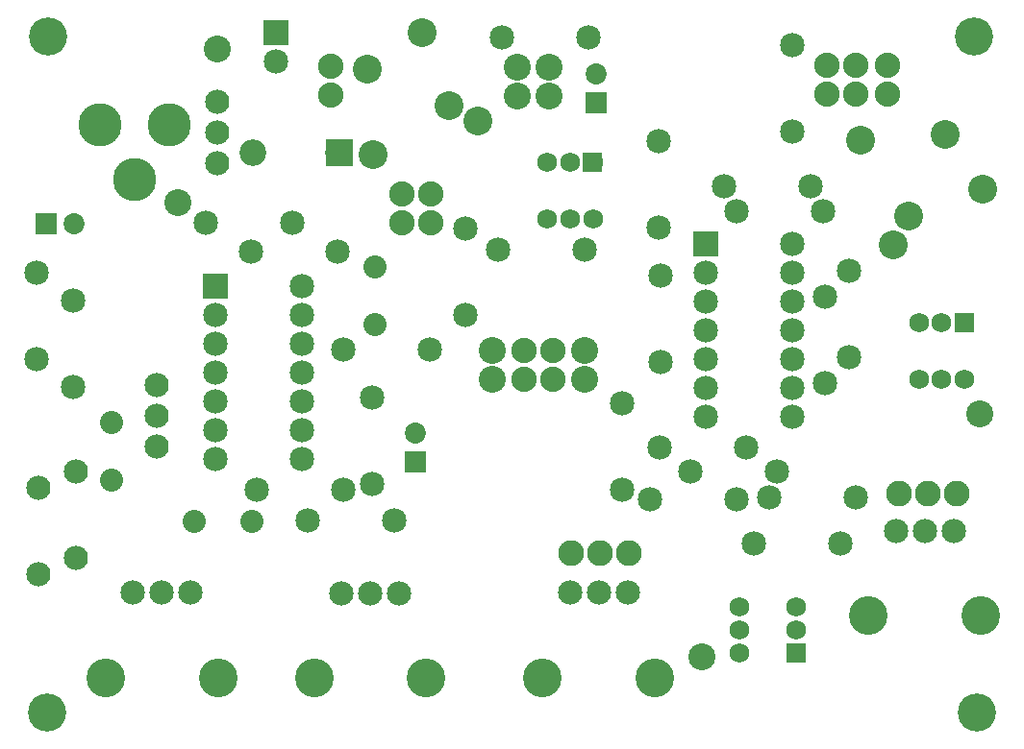
<source format=gts>
G04 MADE WITH FRITZING*
G04 WWW.FRITZING.ORG*
G04 DOUBLE SIDED*
G04 HOLES PLATED*
G04 CONTOUR ON CENTER OF CONTOUR VECTOR*
%ASAXBY*%
%FSLAX23Y23*%
%MOIN*%
%OFA0B0*%
%SFA1.0B1.0*%
%ADD10C,0.068000*%
%ADD11C,0.084000*%
%ADD12C,0.092000*%
%ADD13C,0.080000*%
%ADD14C,0.093307*%
%ADD15C,0.085000*%
%ADD16C,0.150000*%
%ADD17C,0.088000*%
%ADD18C,0.072992*%
%ADD19C,0.089370*%
%ADD20C,0.100020*%
%ADD21C,0.084667*%
%ADD22C,0.084695*%
%ADD23C,0.134033*%
%ADD24C,0.132047*%
%ADD25R,0.068000X0.068000*%
%ADD26R,0.092000X0.092000*%
%ADD27R,0.085000X0.085000*%
%ADD28R,0.072992X0.072992*%
%LNMASK1*%
G90*
G70*
G54D10*
X1924Y1808D03*
X1924Y2004D03*
X1845Y2004D03*
X2003Y2004D03*
X2003Y1808D03*
X1845Y1808D03*
X2510Y381D03*
X2707Y381D03*
X2707Y460D03*
X2707Y302D03*
X2510Y302D03*
X2510Y460D03*
X3212Y1252D03*
X3212Y1449D03*
X3133Y1449D03*
X3291Y1449D03*
X3291Y1252D03*
X3133Y1252D03*
G54D11*
X211Y630D03*
X211Y930D03*
X211Y630D03*
X211Y930D03*
X80Y874D03*
X80Y574D03*
X80Y874D03*
X80Y574D03*
G54D12*
X1122Y2037D03*
X824Y2037D03*
G54D13*
X820Y759D03*
X620Y759D03*
G54D14*
X1975Y1352D03*
X1975Y1252D03*
X1741Y2236D03*
X1741Y2336D03*
G54D13*
X333Y901D03*
X333Y1101D03*
G54D14*
X2381Y287D03*
G54D15*
X2395Y1721D03*
X2395Y1621D03*
X2395Y1521D03*
X2395Y1421D03*
X2395Y1321D03*
X2395Y1221D03*
X2395Y1121D03*
X2695Y1121D03*
X2695Y1221D03*
X2695Y1321D03*
X2695Y1421D03*
X2695Y1521D03*
X2695Y1621D03*
X2695Y1721D03*
X696Y1576D03*
X696Y1476D03*
X696Y1376D03*
X696Y1276D03*
X696Y1176D03*
X696Y1076D03*
X696Y976D03*
X996Y976D03*
X996Y1076D03*
X996Y1176D03*
X996Y1276D03*
X996Y1376D03*
X996Y1476D03*
X996Y1576D03*
G54D13*
X1249Y1643D03*
X1249Y1443D03*
G54D15*
X903Y2456D03*
X903Y2356D03*
G54D16*
X533Y2134D03*
X293Y2134D03*
X413Y1944D03*
G54D14*
X1850Y2335D03*
X1850Y2235D03*
X3346Y1132D03*
G54D17*
X1095Y2239D03*
X1095Y2339D03*
G54D15*
X2694Y2410D03*
X2694Y2110D03*
G54D17*
X2816Y2242D03*
X2916Y2242D03*
X2816Y2242D03*
X2916Y2242D03*
X2916Y2342D03*
X2816Y2342D03*
X3025Y2343D03*
X3025Y2343D03*
X3025Y2243D03*
G54D14*
X1656Y1252D03*
X1656Y1352D03*
G54D15*
X2103Y1169D03*
X2103Y869D03*
G54D17*
X1866Y1251D03*
X1866Y1351D03*
X1866Y1251D03*
X1866Y1351D03*
X1766Y1351D03*
X1766Y1251D03*
X1341Y1896D03*
X1341Y1796D03*
X1341Y1896D03*
X1341Y1796D03*
X1441Y1796D03*
X1441Y1896D03*
G54D18*
X107Y1793D03*
X206Y1793D03*
G54D19*
X3063Y854D03*
X3163Y854D03*
X3263Y854D03*
X1927Y647D03*
X2027Y647D03*
X2127Y647D03*
G54D18*
X2014Y2213D03*
X2014Y2311D03*
G54D20*
X3044Y1718D03*
X3099Y1817D03*
X2930Y2083D03*
X3225Y2103D03*
X3353Y1911D03*
G54D21*
X3253Y725D03*
X3153Y725D03*
G54D22*
X3053Y725D03*
G54D23*
X3347Y430D03*
X2959Y430D03*
G54D21*
X2123Y511D03*
X2023Y511D03*
G54D22*
X1923Y511D03*
G54D23*
X2217Y216D03*
X1829Y216D03*
G54D21*
X1332Y509D03*
X1232Y509D03*
G54D22*
X1132Y509D03*
G54D23*
X1426Y214D03*
X1038Y214D03*
G54D21*
X609Y511D03*
X509Y511D03*
G54D22*
X409Y511D03*
G54D23*
X703Y216D03*
X314Y216D03*
G54D18*
X1387Y966D03*
X1387Y1064D03*
G54D15*
X1315Y760D03*
X1015Y760D03*
X1139Y868D03*
X839Y868D03*
X1119Y1694D03*
X819Y1694D03*
X1438Y1356D03*
X1138Y1356D03*
X200Y1225D03*
X200Y1525D03*
X1238Y887D03*
X1238Y1187D03*
X75Y1623D03*
X75Y1323D03*
X962Y1796D03*
X662Y1796D03*
X1988Y2437D03*
X1688Y2437D03*
X2501Y834D03*
X2201Y834D03*
X2341Y931D03*
X2641Y931D03*
X2560Y682D03*
X2860Y682D03*
X2233Y1016D03*
X2533Y1016D03*
X2890Y1327D03*
X2890Y1627D03*
X2808Y1239D03*
X2808Y1539D03*
X1973Y1702D03*
X1673Y1702D03*
X2500Y1836D03*
X2800Y1836D03*
X2459Y1923D03*
X2759Y1923D03*
X2237Y1611D03*
X2237Y1311D03*
G54D11*
X492Y1233D03*
X492Y1126D03*
X492Y1019D03*
X492Y1233D03*
X492Y1126D03*
X492Y1019D03*
G54D14*
X563Y1865D03*
X700Y2399D03*
G54D15*
X2913Y840D03*
X2613Y840D03*
G54D24*
X112Y96D03*
X113Y2441D03*
X3325Y2441D03*
X3333Y96D03*
G54D15*
X2231Y1779D03*
X2231Y2079D03*
X1561Y1476D03*
X1561Y1776D03*
G54D11*
X700Y2000D03*
X700Y2107D03*
X700Y2214D03*
X700Y2000D03*
X700Y2107D03*
X700Y2214D03*
G54D20*
X1605Y2147D03*
X1506Y2202D03*
X1240Y2033D03*
X1220Y2328D03*
X1412Y2456D03*
G54D25*
X2002Y2005D03*
X2707Y303D03*
X3290Y1449D03*
G54D26*
X1123Y2037D03*
G54D27*
X2395Y1721D03*
X696Y1576D03*
X903Y2456D03*
G54D28*
X107Y1793D03*
X2014Y2213D03*
X1387Y966D03*
G04 End of Mask1*
M02*
</source>
